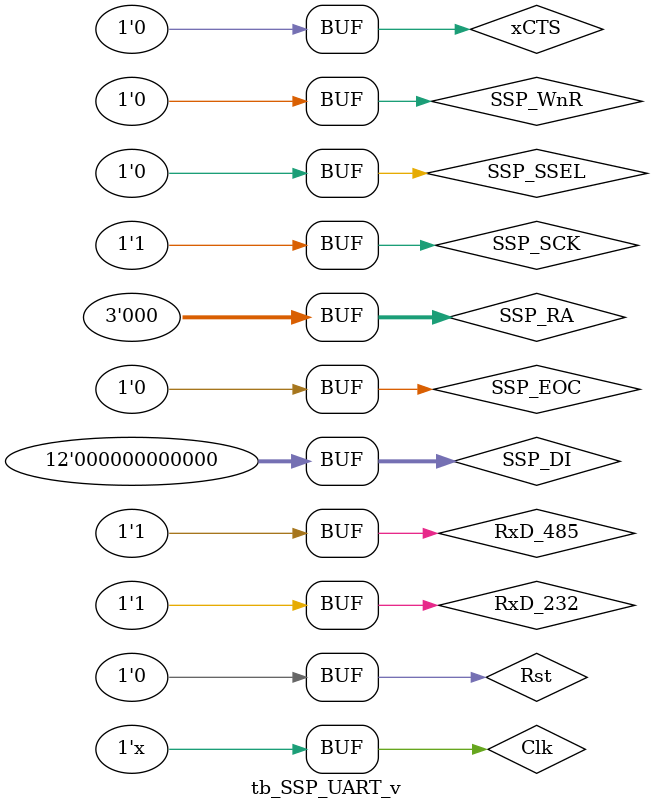
<source format=v>
`timescale 1ns / 1ps


module tb_SSP_UART_v;

// UUT Interface

reg     Rst;
reg     Clk;

reg     SSP_SSEL;
reg     SSP_SCK;
reg     [2:0] SSP_RA;
reg     SSP_WnR;
reg     SSP_EOC;
reg     [11:0] SSP_DI;
wire    [11:0] SSP_DO;

wire    TxD_232;
reg     RxD_232;
wire    xRTS;
reg     xCTS;

wire    TxD_485;
reg     RxD_485;
wire    xDE;

wire    IRQ;

wire    TxIdle;
wire    RxIdle;

// Instantiate the Unit Under Test (UUT)

SSP_UART    uut (
                .Rst(Rst), 
                .Clk(Clk),
                
                .SSP_SSEL(SSP_SSEL),
                .SSP_SCK(SSP_SCK), 
                .SSP_RA(SSP_RA),
                .SSP_WnR(SSP_WnR),
                .SSP_EOC(SSP_EOC), 
                .SSP_DI(SSP_DI), 
                .SSP_DO(SSP_DO),
                
                .TxD_232(TxD_232), 
                .RxD_232(RxD_232), 
                .xRTS(xRTS), 
                .xCTS(xCTS),
                
                .TxD_485(TxD_485), 
                .RxD_485(RxD_485), 
                .xDE(xDE),
                
                .IRQ(IRQ),
                
                .TxIdle(TxIdle),
                .RxIdle(RxIdle)
            );

initial begin
    // Initialize Inputs
    Rst      = 1;
    Clk      = 1;
    SSP_SSEL = 0;
    SSP_SCK  = 1;
    SSP_RA   = 0;
    SSP_WnR  = 0;
    SSP_EOC  = 0;
    SSP_DI   = 0;
    RxD_232  = 1;
    xCTS     = 0;
    RxD_485  = 1;

    // Wait 100 ns for global reset to finish
    #101 Rst = 0;
    
    // Add stimulus here

end

///////////////////////////////////////////////////////////////////////////////
//
//  Simulation Clocks
//

always #5 Clk = ~Clk;
  
endmodule


</source>
